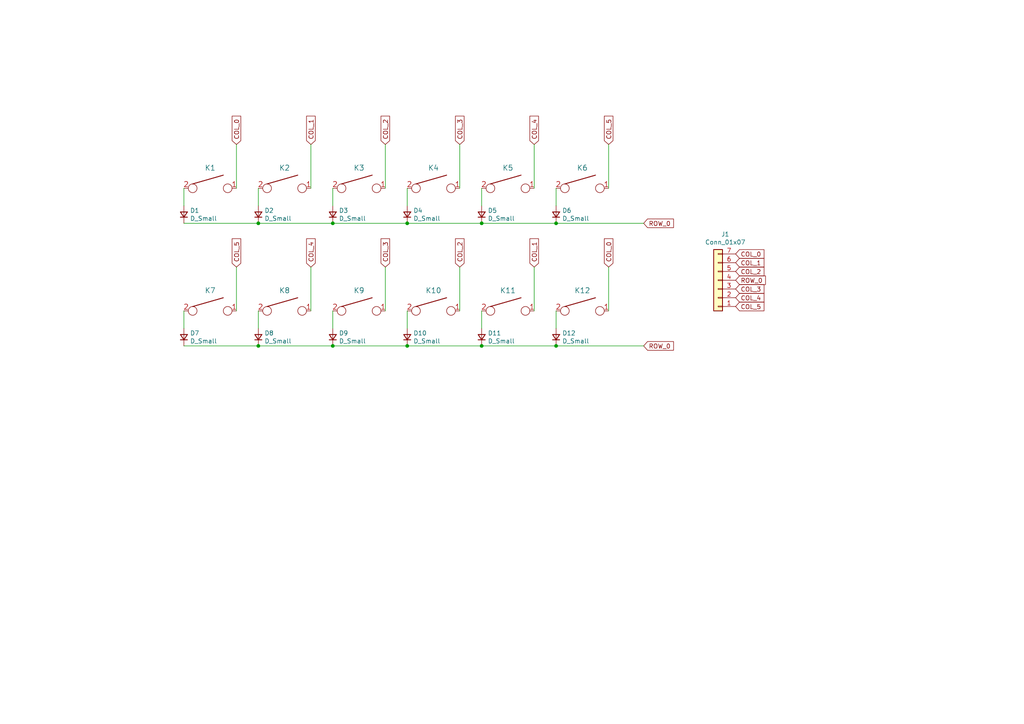
<source format=kicad_sch>
(kicad_sch (version 20211123) (generator eeschema)
  (paper "A4")
  (title_block (title "Kinesis80 Top row PCB") (date "2022-03-15") (rev "1.1") (company "Dmitriy Nosachev"))
  (lib_symbols
    (symbol "Connector_Generic:Conn_01x07" (pin_names (offset 1.016) hide)
      (property "Reference" "J" (at 0 10.16 0))
      (property "Value" "Conn_01x07" (at 0 -10.16 0))
      (symbol "Conn_01x07_1_1"
        (rectangle (start -1.27 -7.493) (end 0 -7.747) (stroke (width 0.1524)))
        (rectangle (start -1.27 -4.953) (end 0 -5.207) (stroke (width 0.1524)))
        (rectangle (start -1.27 -2.413) (end 0 -2.667) (stroke (width 0.1524)))
        (rectangle (start -1.27 0.127) (end 0 -0.127) (stroke (width 0.1524)))
        (rectangle (start -1.27 2.667) (end 0 2.413) (stroke (width 0.1524)))
        (rectangle (start -1.27 5.207) (end 0 4.953) (stroke (width 0.1524)))
        (rectangle (start -1.27 7.747) (end 0 7.493) (stroke (width 0.1524)))
        (rectangle (start -1.27 8.89) (end 1.27 -8.89) (stroke (width 0.254)) (fill (type background)))
        (pin passive line (at -5.08 7.62 0) (length 3.81) (name "Pin_1") (number "1"))
        (pin passive line (at -5.08 5.08 0) (length 3.81) (name "Pin_2") (number "2"))
        (pin passive line (at -5.08 2.54 0) (length 3.81) (name "Pin_3") (number "3"))
        (pin passive line (at -5.08 0 0) (length 3.81) (name "Pin_4") (number "4"))
        (pin passive line (at -5.08 -2.54 0) (length 3.81) (name "Pin_5") (number "5"))
        (pin passive line (at -5.08 -5.08 0) (length 3.81) (name "Pin_6") (number "6"))
        (pin passive line (at -5.08 -7.62 0) (length 3.81) (name "Pin_7") (number "7"))
      )
    )
    (symbol "Device:D_Small" (pin_numbers hide) (pin_names (offset 0.254) hide)
      (property "Reference" "D" (at -1.27 2.032 0))
      (property "Value" "D_Small" (at -3.81 -2.032 0))
      (symbol "D_Small_0_1"
        (polyline (pts (xy -0.762 -1.016) (xy -0.762 1.016)) (stroke (width 0.254)))
        (polyline (pts (xy -0.762 0) (xy 0.762 0)))
        (polyline (pts (xy 0.762 -1.016) (xy -0.762 0) (xy 0.762 1.016) (xy 0.762 -1.016)) (stroke (width 0.254)))
      )
      (symbol "D_Small_1_1"
        (pin passive line (at -2.54 0 0) (length 1.778) (name "K") (number "1"))
        (pin passive line (at 2.54 0 180) (length 1.778) (name "A") (number "2"))
      )
    )
    (symbol "keyboard_parts:KEYSW" (pin_names (offset 1.016))
      (property "Reference" "K?" (at -1.27 0 0))
      (symbol "KEYSW_0_1"
        (circle (center -5.08 0) (radius 1.27))
        (polyline (pts (xy -5.08 1.27) (xy 3.81 3.81)) (stroke (width 0.254)))
        (circle (center 5.08 0) (radius 1.27))
      )
      (symbol "KEYSW_1_1"
        (pin passive line (at 7.62 0 180) (length 1.27) (name "~") (number "1"))
        (pin passive line (at -7.62 0 0) (length 1.27) (name "~") (number "2"))
      )
    )
  )
  (junction (at 118.11 64.77))
  (junction (at 74.93 100.33))
  (junction (at 139.7 100.33))
  (junction (at 118.11 100.33))
  (junction (at 96.52 64.77))
  (junction (at 161.29 64.77))
  (junction (at 96.52 100.33))
  (junction (at 161.29 100.33))
  (junction (at 74.93 64.77))
  (junction (at 139.7 64.77))
  (wire (pts (xy 139.7 64.77) (xy 161.29 64.77)))
  (wire (pts (xy 161.29 90.17) (xy 161.29 95.25)))
  (wire (pts (xy 118.11 100.33) (xy 139.7 100.33)))
  (wire (pts (xy 74.93 90.17) (xy 74.93 95.25)))
  (wire (pts (xy 154.94 77.47) (xy 154.94 90.17)))
  (wire (pts (xy 74.93 100.33) (xy 96.52 100.33)))
  (wire (pts (xy 176.53 77.47) (xy 176.53 90.17)))
  (wire (pts (xy 139.7 90.17) (xy 139.7 95.25)))
  (wire (pts (xy 90.17 41.91) (xy 90.17 54.61)))
  (wire (pts (xy 74.93 64.77) (xy 96.52 64.77)))
  (wire (pts (xy 118.11 90.17) (xy 118.11 95.25)))
  (wire (pts (xy 53.34 64.77) (xy 74.93 64.77)))
  (wire (pts (xy 161.29 100.33) (xy 186.69 100.33)))
  (wire (pts (xy 96.52 90.17) (xy 96.52 95.25)))
  (wire (pts (xy 68.58 77.47) (xy 68.58 90.17)))
  (wire (pts (xy 96.52 64.77) (xy 118.11 64.77)))
  (wire (pts (xy 118.11 54.61) (xy 118.11 59.69)))
  (wire (pts (xy 133.35 77.47) (xy 133.35 90.17)))
  (wire (pts (xy 90.17 77.47) (xy 90.17 90.17)))
  (wire (pts (xy 161.29 64.77) (xy 186.69 64.77)))
  (wire (pts (xy 68.58 41.91) (xy 68.58 54.61)))
  (wire (pts (xy 111.76 77.47) (xy 111.76 90.17)))
  (wire (pts (xy 96.52 100.33) (xy 118.11 100.33)))
  (wire (pts (xy 154.94 41.91) (xy 154.94 54.61)))
  (wire (pts (xy 139.7 54.61) (xy 139.7 59.69)))
  (wire (pts (xy 176.53 41.91) (xy 176.53 54.61)))
  (wire (pts (xy 53.34 54.61) (xy 53.34 59.69)))
  (wire (pts (xy 161.29 54.61) (xy 161.29 59.69)))
  (wire (pts (xy 53.34 100.33) (xy 74.93 100.33)))
  (wire (pts (xy 133.35 41.91) (xy 133.35 54.61)))
  (wire (pts (xy 118.11 64.77) (xy 139.7 64.77)))
  (wire (pts (xy 139.7 100.33) (xy 161.29 100.33)))
  (wire (pts (xy 53.34 90.17) (xy 53.34 95.25)))
  (wire (pts (xy 111.76 41.91) (xy 111.76 54.61)))
  (wire (pts (xy 96.52 54.61) (xy 96.52 59.69)))
  (wire (pts (xy 74.93 54.61) (xy 74.93 59.69)))
  (global_label "COL_4" (shape input) (at 90.17 77.47 90) (property "Intersheet References" "${INTERSHEET_REFS}" (effects hide)))
  (global_label "COL_1" (shape input) (at 213.36 76.2 0) (property "Intersheet References" "${INTERSHEET_REFS}" (effects hide)))
  (global_label "COL_4" (shape input) (at 154.94 41.91 90) (property "Intersheet References" "${INTERSHEET_REFS}" (effects hide)))
  (global_label "COL_0" (shape input) (at 213.36 73.66 0) (property "Intersheet References" "${INTERSHEET_REFS}" (effects hide)))
  (global_label "COL_3" (shape input) (at 213.36 83.82 0) (property "Intersheet References" "${INTERSHEET_REFS}" (effects hide)))
  (global_label "COL_1" (shape input) (at 90.17 41.91 90) (property "Intersheet References" "${INTERSHEET_REFS}" (effects hide)))
  (global_label "COL_3" (shape input) (at 111.76 77.47 90) (property "Intersheet References" "${INTERSHEET_REFS}" (effects hide)))
  (global_label "COL_5" (shape input) (at 68.58 77.47 90) (property "Intersheet References" "${INTERSHEET_REFS}" (effects hide)))
  (global_label "COL_2" (shape input) (at 133.35 77.47 90) (property "Intersheet References" "${INTERSHEET_REFS}" (effects hide)))
  (global_label "COL_0" (shape input) (at 68.58 41.91 90) (property "Intersheet References" "${INTERSHEET_REFS}" (effects hide)))
  (global_label "COL_4" (shape input) (at 213.36 86.36 0) (property "Intersheet References" "${INTERSHEET_REFS}" (effects hide)))
  (global_label "COL_5" (shape input) (at 176.53 41.91 90) (property "Intersheet References" "${INTERSHEET_REFS}" (effects hide)))
  (global_label "ROW_0" (shape input) (at 186.69 64.77 0) (property "Intersheet References" "${INTERSHEET_REFS}" (effects hide)))
  (global_label "COL_1" (shape input) (at 154.94 77.47 90) (property "Intersheet References" "${INTERSHEET_REFS}" (effects hide)))
  (global_label "COL_5" (shape input) (at 213.36 88.9 0) (property "Intersheet References" "${INTERSHEET_REFS}" (effects hide)))
  (global_label "ROW_0" (shape input) (at 213.36 81.28 0) (property "Intersheet References" "${INTERSHEET_REFS}" (effects hide)))
  (global_label "COL_2" (shape input) (at 213.36 78.74 0) (property "Intersheet References" "${INTERSHEET_REFS}" (effects hide)))
  (global_label "COL_2" (shape input) (at 111.76 41.91 90) (property "Intersheet References" "${INTERSHEET_REFS}" (effects hide)))
  (global_label "COL_0" (shape input) (at 176.53 77.47 90) (property "Intersheet References" "${INTERSHEET_REFS}" (effects hide)))
  (global_label "COL_3" (shape input) (at 133.35 41.91 90) (property "Intersheet References" "${INTERSHEET_REFS}" (effects hide)))
  (global_label "ROW_0" (shape input) (at 186.69 100.33 0) (property "Intersheet References" "${INTERSHEET_REFS}" (effects hide)))
  (symbol (lib_id "keyboard_parts:KEYSW") (at 60.96 54.61 0) (unit 1)
    (property "Reference" "K1" (at 60.96 48.6918 0) (effects (font (size 1.524 1.524))))
    (property "Value" "KEYSW" (effects hide))
    (property "Footprint" "fp-ai03:MXOnly-1U-NoLED" (effects hide))
  )
  (symbol (lib_id "Device:D_Small") (at 53.34 62.23 90) (unit 1)
    (property "Reference" "D1" (at 55.118 61.0616 90) (effects (justify right)))
    (property "Value" "D_Small" (at 55.118 63.373 90) (effects (justify right)))
    (property "Footprint" "Diode_SMD:D_SOD-123" (effects hide))
  )
  (symbol (lib_id "keyboard_parts:KEYSW") (at 82.55 54.61 0) (unit 1)
    (property "Reference" "K2" (at 82.55 48.6918 0) (effects (font (size 1.524 1.524))))
    (property "Value" "KEYSW" (effects hide))
    (property "Footprint" "fp-ai03:MXOnly-1U-NoLED" (effects hide))
  )
  (symbol (lib_id "Device:D_Small") (at 74.93 62.23 90) (unit 1)
    (property "Reference" "D2" (at 76.708 61.0616 90) (effects (justify right)))
    (property "Value" "D_Small" (at 76.708 63.373 90) (effects (justify right)))
    (property "Footprint" "Diode_SMD:D_SOD-123" (effects hide))
  )
  (symbol (lib_id "keyboard_parts:KEYSW") (at 104.14 54.61 0) (unit 1)
    (property "Reference" "K3" (at 104.14 48.6918 0) (effects (font (size 1.524 1.524))))
    (property "Value" "KEYSW" (effects hide))
    (property "Footprint" "fp-ai03:MXOnly-1U-NoLED" (effects hide))
  )
  (symbol (lib_id "Device:D_Small") (at 96.52 62.23 90) (unit 1)
    (property "Reference" "D3" (at 98.298 61.0616 90) (effects (justify right)))
    (property "Value" "D_Small" (at 98.298 63.373 90) (effects (justify right)))
    (property "Footprint" "Diode_SMD:D_SOD-123" (effects hide))
  )
  (symbol (lib_id "keyboard_parts:KEYSW") (at 125.73 54.61 0) (unit 1)
    (property "Reference" "K4" (at 125.73 48.6918 0) (effects (font (size 1.524 1.524))))
    (property "Value" "KEYSW" (effects hide))
    (property "Footprint" "fp-ai03:MXOnly-1U-NoLED" (effects hide))
  )
  (symbol (lib_id "Device:D_Small") (at 118.11 62.23 90) (unit 1)
    (property "Reference" "D4" (at 119.888 61.0616 90) (effects (justify right)))
    (property "Value" "D_Small" (at 119.888 63.373 90) (effects (justify right)))
    (property "Footprint" "Diode_SMD:D_SOD-123" (effects hide))
  )
  (symbol (lib_id "keyboard_parts:KEYSW") (at 147.32 54.61 0) (unit 1)
    (property "Reference" "K5" (at 147.32 48.6918 0) (effects (font (size 1.524 1.524))))
    (property "Value" "KEYSW" (effects hide))
    (property "Footprint" "fp-ai03:MXOnly-1U-NoLED" (effects hide))
  )
  (symbol (lib_id "Device:D_Small") (at 139.7 62.23 90) (unit 1)
    (property "Reference" "D5" (at 141.478 61.0616 90) (effects (justify right)))
    (property "Value" "D_Small" (at 141.478 63.373 90) (effects (justify right)))
    (property "Footprint" "Diode_SMD:D_SOD-123" (effects hide))
  )
  (symbol (lib_id "keyboard_parts:KEYSW") (at 168.91 54.61 0) (unit 1)
    (property "Reference" "K6" (at 168.91 48.6918 0) (effects (font (size 1.524 1.524))))
    (property "Value" "KEYSW" (effects hide))
    (property "Footprint" "fp-ai03:MXOnly-1U-NoLED" (effects hide))
  )
  (symbol (lib_id "Device:D_Small") (at 161.29 62.23 90) (unit 1)
    (property "Reference" "D6" (at 163.068 61.0616 90) (effects (justify right)))
    (property "Value" "D_Small" (at 163.068 63.373 90) (effects (justify right)))
    (property "Footprint" "Diode_SMD:D_SOD-123" (effects hide))
  )
  (symbol (lib_id "keyboard_parts:KEYSW") (at 60.96 90.17 0) (unit 1)
    (property "Reference" "K7" (at 60.96 84.2518 0) (effects (font (size 1.524 1.524))))
    (property "Value" "KEYSW" (effects hide))
    (property "Footprint" "misc:MXOnly-1U-NoLED-twin" (effects hide))
  )
  (symbol (lib_id "Device:D_Small") (at 53.34 97.79 90) (unit 1)
    (property "Reference" "D7" (at 55.118 96.6216 90) (effects (justify right)))
    (property "Value" "D_Small" (at 55.118 98.933 90) (effects (justify right)))
    (property "Footprint" "Diode_SMD:D_SOD-123" (effects hide))
  )
  (symbol (lib_id "keyboard_parts:KEYSW") (at 82.55 90.17 0) (unit 1)
    (property "Reference" "K8" (at 82.55 84.2518 0) (effects (font (size 1.524 1.524))))
    (property "Value" "KEYSW" (effects hide))
    (property "Footprint" "misc:MXOnly-1U-NoLED-twin" (effects hide))
  )
  (symbol (lib_id "Device:D_Small") (at 74.93 97.79 90) (unit 1)
    (property "Reference" "D8" (at 76.708 96.6216 90) (effects (justify right)))
    (property "Value" "D_Small" (at 76.708 98.933 90) (effects (justify right)))
    (property "Footprint" "Diode_SMD:D_SOD-123" (effects hide))
  )
  (symbol (lib_id "keyboard_parts:KEYSW") (at 104.14 90.17 0) (unit 1)
    (property "Reference" "K9" (at 104.14 84.2518 0) (effects (font (size 1.524 1.524))))
    (property "Value" "KEYSW" (effects hide))
    (property "Footprint" "misc:MXOnly-1U-NoLED-twin" (effects hide))
  )
  (symbol (lib_id "Device:D_Small") (at 96.52 97.79 90) (unit 1)
    (property "Reference" "D9" (at 98.298 96.6216 90) (effects (justify right)))
    (property "Value" "D_Small" (at 98.298 98.933 90) (effects (justify right)))
    (property "Footprint" "Diode_SMD:D_SOD-123" (effects hide))
  )
  (symbol (lib_id "keyboard_parts:KEYSW") (at 125.73 90.17 0) (unit 1)
    (property "Reference" "K10" (at 125.73 84.2518 0) (effects (font (size 1.524 1.524))))
    (property "Value" "KEYSW" (effects hide))
    (property "Footprint" "misc:MXOnly-1U-NoLED-twin" (effects hide))
  )
  (symbol (lib_id "Device:D_Small") (at 118.11 97.79 90) (unit 1)
    (property "Reference" "D10" (at 119.888 96.6216 90) (effects (justify right)))
    (property "Value" "D_Small" (at 119.888 98.933 90) (effects (justify right)))
    (property "Footprint" "Diode_SMD:D_SOD-123" (effects hide))
  )
  (symbol (lib_id "keyboard_parts:KEYSW") (at 147.32 90.17 0) (unit 1)
    (property "Reference" "K11" (at 147.32 84.2518 0) (effects (font (size 1.524 1.524))))
    (property "Value" "KEYSW" (effects hide))
    (property "Footprint" "misc:MXOnly-1U-NoLED-twin" (effects hide))
  )
  (symbol (lib_id "Device:D_Small") (at 139.7 97.79 90) (unit 1)
    (property "Reference" "D11" (at 141.478 96.6216 90) (effects (justify right)))
    (property "Value" "D_Small" (at 141.478 98.933 90) (effects (justify right)))
    (property "Footprint" "Diode_SMD:D_SOD-123" (effects hide))
  )
  (symbol (lib_id "keyboard_parts:KEYSW") (at 168.91 90.17 0) (unit 1)
    (property "Reference" "K12" (at 168.91 84.2518 0) (effects (font (size 1.524 1.524))))
    (property "Value" "KEYSW" (effects hide))
    (property "Footprint" "misc:MXOnly-1U-NoLED-twin" (effects hide))
  )
  (symbol (lib_id "Device:D_Small") (at 161.29 97.79 90) (unit 1)
    (property "Reference" "D12" (at 163.068 96.6216 90) (effects (justify right)))
    (property "Value" "D_Small" (at 163.068 98.933 90) (effects (justify right)))
    (property "Footprint" "Diode_SMD:D_SOD-123" (effects hide))
  )
  (symbol (lib_id "Connector_Generic:Conn_01x07") (at 208.28 81.28 180) (unit 1)
    (property "Reference" "J1" (at 210.3628 67.945 0))
    (property "Value" "Conn_01x07" (at 210.3628 70.2564 0))
    (property "Footprint" "Connector_Molex:Molex_PicoBlade_53047-0710_1x07_P1.25mm_Vertical" (effects hide))
  )
)
</source>
